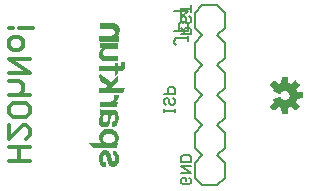
<source format=gbr>
G04 EAGLE Gerber RS-274X export*
G75*
%MOMM*%
%FSLAX34Y34*%
%LPD*%
%INSilkscreen Bottom*%
%IPPOS*%
%AMOC8*
5,1,8,0,0,1.08239X$1,22.5*%
G01*
%ADD10C,0.304800*%
%ADD11C,0.152400*%
%ADD12C,0.025400*%
%ADD13C,0.203200*%
%ADD14C,0.127000*%

G36*
X243235Y98680D02*
X243235Y98680D01*
X243343Y98694D01*
X243355Y98700D01*
X243369Y98702D01*
X243465Y98754D01*
X243562Y98801D01*
X243572Y98811D01*
X243584Y98817D01*
X243658Y98897D01*
X243735Y98973D01*
X243741Y98985D01*
X243751Y98996D01*
X243796Y99094D01*
X243844Y99191D01*
X243848Y99209D01*
X243852Y99218D01*
X243854Y99239D01*
X243873Y99336D01*
X244316Y103687D01*
X245475Y104058D01*
X245493Y104068D01*
X245590Y104106D01*
X246672Y104663D01*
X250062Y101899D01*
X250156Y101845D01*
X250248Y101788D01*
X250261Y101785D01*
X250273Y101778D01*
X250380Y101757D01*
X250485Y101732D01*
X250499Y101734D01*
X250513Y101731D01*
X250620Y101746D01*
X250728Y101756D01*
X250741Y101762D01*
X250755Y101764D01*
X250852Y101812D01*
X250951Y101857D01*
X250964Y101868D01*
X250973Y101872D01*
X250988Y101888D01*
X251065Y101950D01*
X253650Y104535D01*
X253713Y104624D01*
X253779Y104709D01*
X253784Y104722D01*
X253792Y104734D01*
X253823Y104837D01*
X253859Y104940D01*
X253859Y104954D01*
X253863Y104967D01*
X253859Y105075D01*
X253860Y105184D01*
X253855Y105197D01*
X253855Y105211D01*
X253817Y105313D01*
X253782Y105415D01*
X253773Y105430D01*
X253769Y105439D01*
X253755Y105456D01*
X253701Y105538D01*
X250937Y108928D01*
X251494Y110010D01*
X251500Y110030D01*
X251542Y110125D01*
X251913Y111284D01*
X256264Y111727D01*
X256368Y111755D01*
X256474Y111780D01*
X256486Y111787D01*
X256499Y111790D01*
X256589Y111851D01*
X256682Y111908D01*
X256690Y111919D01*
X256702Y111927D01*
X256768Y112013D01*
X256837Y112097D01*
X256841Y112110D01*
X256850Y112121D01*
X256884Y112224D01*
X256923Y112325D01*
X256924Y112343D01*
X256928Y112352D01*
X256928Y112374D01*
X256937Y112472D01*
X256937Y116128D01*
X256920Y116235D01*
X256906Y116343D01*
X256900Y116355D01*
X256898Y116369D01*
X256846Y116465D01*
X256799Y116562D01*
X256789Y116572D01*
X256783Y116584D01*
X256703Y116658D01*
X256627Y116735D01*
X256615Y116741D01*
X256605Y116751D01*
X256506Y116796D01*
X256409Y116844D01*
X256391Y116848D01*
X256382Y116852D01*
X256361Y116854D01*
X256264Y116873D01*
X251913Y117316D01*
X251542Y118475D01*
X251532Y118493D01*
X251494Y118590D01*
X250937Y119672D01*
X253701Y123062D01*
X253755Y123156D01*
X253812Y123248D01*
X253815Y123261D01*
X253822Y123273D01*
X253843Y123380D01*
X253868Y123485D01*
X253866Y123499D01*
X253869Y123513D01*
X253854Y123620D01*
X253844Y123728D01*
X253838Y123741D01*
X253836Y123755D01*
X253788Y123852D01*
X253743Y123951D01*
X253732Y123964D01*
X253728Y123973D01*
X253712Y123988D01*
X253650Y124065D01*
X251065Y126650D01*
X250976Y126713D01*
X250891Y126779D01*
X250878Y126784D01*
X250866Y126792D01*
X250763Y126823D01*
X250660Y126859D01*
X250646Y126859D01*
X250633Y126863D01*
X250525Y126859D01*
X250416Y126860D01*
X250403Y126855D01*
X250389Y126855D01*
X250287Y126817D01*
X250185Y126782D01*
X250170Y126773D01*
X250161Y126769D01*
X250144Y126755D01*
X250062Y126701D01*
X246672Y123937D01*
X245590Y124494D01*
X245570Y124500D01*
X245475Y124542D01*
X244316Y124913D01*
X243873Y129264D01*
X243845Y129368D01*
X243820Y129474D01*
X243813Y129486D01*
X243810Y129499D01*
X243749Y129589D01*
X243692Y129682D01*
X243681Y129690D01*
X243673Y129702D01*
X243587Y129768D01*
X243503Y129837D01*
X243490Y129841D01*
X243479Y129850D01*
X243376Y129884D01*
X243275Y129923D01*
X243257Y129924D01*
X243248Y129928D01*
X243226Y129928D01*
X243128Y129937D01*
X239472Y129937D01*
X239365Y129920D01*
X239257Y129906D01*
X239245Y129900D01*
X239231Y129898D01*
X239135Y129846D01*
X239038Y129799D01*
X239028Y129789D01*
X239016Y129783D01*
X238942Y129703D01*
X238865Y129627D01*
X238859Y129615D01*
X238849Y129605D01*
X238804Y129506D01*
X238756Y129409D01*
X238752Y129391D01*
X238748Y129382D01*
X238746Y129361D01*
X238727Y129264D01*
X238284Y124913D01*
X237125Y124542D01*
X237107Y124532D01*
X237010Y124494D01*
X235928Y123937D01*
X232538Y126701D01*
X232444Y126755D01*
X232352Y126812D01*
X232339Y126815D01*
X232327Y126822D01*
X232220Y126843D01*
X232115Y126868D01*
X232101Y126866D01*
X232087Y126869D01*
X231980Y126854D01*
X231872Y126844D01*
X231859Y126838D01*
X231846Y126836D01*
X231748Y126788D01*
X231649Y126743D01*
X231636Y126732D01*
X231627Y126728D01*
X231612Y126712D01*
X231535Y126650D01*
X228950Y124065D01*
X228887Y123976D01*
X228821Y123891D01*
X228816Y123878D01*
X228808Y123866D01*
X228777Y123763D01*
X228741Y123660D01*
X228741Y123646D01*
X228737Y123633D01*
X228741Y123525D01*
X228740Y123416D01*
X228745Y123403D01*
X228745Y123389D01*
X228783Y123287D01*
X228818Y123185D01*
X228827Y123170D01*
X228831Y123161D01*
X228845Y123144D01*
X228899Y123062D01*
X231663Y119672D01*
X231106Y118590D01*
X231089Y118537D01*
X231063Y118488D01*
X231052Y118422D01*
X231031Y118358D01*
X231032Y118302D01*
X231023Y118248D01*
X231034Y118181D01*
X231035Y118114D01*
X231053Y118062D01*
X231062Y118007D01*
X231094Y117947D01*
X231117Y117884D01*
X231151Y117841D01*
X231177Y117792D01*
X231226Y117745D01*
X231268Y117693D01*
X231315Y117663D01*
X231355Y117625D01*
X231460Y117568D01*
X231473Y117560D01*
X231478Y117559D01*
X231485Y117555D01*
X236682Y115402D01*
X236781Y115379D01*
X236879Y115350D01*
X236900Y115351D01*
X236920Y115346D01*
X237021Y115356D01*
X237122Y115361D01*
X237142Y115368D01*
X237163Y115370D01*
X237255Y115412D01*
X237350Y115449D01*
X237366Y115462D01*
X237385Y115471D01*
X237459Y115540D01*
X237537Y115605D01*
X237553Y115628D01*
X237563Y115638D01*
X237575Y115659D01*
X237622Y115726D01*
X238128Y116625D01*
X238772Y117312D01*
X239560Y117827D01*
X240448Y118139D01*
X241385Y118231D01*
X242317Y118098D01*
X243191Y117747D01*
X243956Y117198D01*
X244569Y116484D01*
X244994Y115644D01*
X245208Y114728D01*
X245198Y113786D01*
X244964Y112874D01*
X244521Y112044D01*
X243892Y111343D01*
X243115Y110811D01*
X242234Y110480D01*
X241299Y110367D01*
X240382Y110475D01*
X239514Y110795D01*
X238745Y111309D01*
X238118Y111988D01*
X237623Y112872D01*
X237559Y112952D01*
X237499Y113035D01*
X237483Y113047D01*
X237470Y113063D01*
X237384Y113118D01*
X237301Y113178D01*
X237282Y113184D01*
X237265Y113194D01*
X237166Y113219D01*
X237068Y113249D01*
X237048Y113248D01*
X237028Y113253D01*
X236926Y113244D01*
X236824Y113241D01*
X236799Y113233D01*
X236785Y113232D01*
X236763Y113223D01*
X236682Y113198D01*
X231485Y111045D01*
X231438Y111016D01*
X231386Y110995D01*
X231335Y110952D01*
X231278Y110916D01*
X231243Y110873D01*
X231200Y110837D01*
X231166Y110780D01*
X231123Y110728D01*
X231104Y110676D01*
X231075Y110628D01*
X231061Y110562D01*
X231037Y110499D01*
X231035Y110444D01*
X231024Y110390D01*
X231031Y110323D01*
X231029Y110256D01*
X231045Y110202D01*
X231052Y110147D01*
X231096Y110036D01*
X231100Y110022D01*
X231103Y110018D01*
X231106Y110010D01*
X231663Y108928D01*
X228899Y105538D01*
X228845Y105444D01*
X228788Y105352D01*
X228785Y105339D01*
X228778Y105327D01*
X228757Y105220D01*
X228732Y105115D01*
X228734Y105101D01*
X228731Y105087D01*
X228746Y104980D01*
X228756Y104872D01*
X228762Y104859D01*
X228764Y104846D01*
X228812Y104748D01*
X228857Y104649D01*
X228868Y104636D01*
X228872Y104627D01*
X228888Y104612D01*
X228950Y104535D01*
X231535Y101950D01*
X231624Y101887D01*
X231709Y101821D01*
X231722Y101816D01*
X231734Y101808D01*
X231837Y101777D01*
X231940Y101741D01*
X231954Y101741D01*
X231967Y101737D01*
X232075Y101741D01*
X232184Y101740D01*
X232197Y101745D01*
X232211Y101745D01*
X232313Y101783D01*
X232415Y101818D01*
X232430Y101827D01*
X232439Y101831D01*
X232456Y101845D01*
X232538Y101899D01*
X235928Y104663D01*
X237010Y104106D01*
X237030Y104100D01*
X237125Y104058D01*
X238284Y103687D01*
X238727Y99336D01*
X238755Y99232D01*
X238780Y99126D01*
X238787Y99114D01*
X238790Y99101D01*
X238851Y99011D01*
X238908Y98918D01*
X238919Y98910D01*
X238927Y98898D01*
X239013Y98832D01*
X239097Y98764D01*
X239110Y98759D01*
X239121Y98750D01*
X239224Y98716D01*
X239325Y98677D01*
X239343Y98676D01*
X239352Y98672D01*
X239374Y98673D01*
X239472Y98663D01*
X243128Y98663D01*
X243235Y98680D01*
G37*
G36*
X99453Y69790D02*
X99453Y69790D01*
X99492Y69800D01*
X99498Y69809D01*
X99507Y69813D01*
X99518Y69841D01*
X99540Y69878D01*
X100276Y73764D01*
X100273Y73778D01*
X100278Y73793D01*
X100263Y73825D01*
X100255Y73860D01*
X100242Y73868D01*
X100236Y73882D01*
X100197Y73896D01*
X100172Y73912D01*
X100161Y73909D01*
X100150Y73913D01*
X98233Y73889D01*
X98382Y74023D01*
X98383Y74024D01*
X98384Y74024D01*
X99349Y74913D01*
X99351Y74919D01*
X99358Y74923D01*
X99659Y75266D01*
X99663Y75277D01*
X99673Y75285D01*
X99906Y75679D01*
X99907Y75688D01*
X99914Y75696D01*
X100447Y77017D01*
X100447Y77028D01*
X100454Y77038D01*
X100556Y77520D01*
X100553Y77532D01*
X100558Y77544D01*
X100583Y79525D01*
X100579Y79536D01*
X100581Y79548D01*
X100398Y80633D01*
X100391Y80643D01*
X100391Y80658D01*
X99991Y81682D01*
X99983Y81689D01*
X99981Y81701D01*
X99440Y82603D01*
X99434Y82608D01*
X99431Y82617D01*
X98778Y83441D01*
X98768Y83447D01*
X98763Y83457D01*
X97873Y84249D01*
X97860Y84253D01*
X97851Y84265D01*
X96810Y84844D01*
X96798Y84846D01*
X96787Y84854D01*
X94674Y85528D01*
X94663Y85527D01*
X94652Y85533D01*
X92452Y85816D01*
X92441Y85813D01*
X92429Y85817D01*
X90214Y85699D01*
X90204Y85694D01*
X90192Y85696D01*
X88816Y85373D01*
X88807Y85367D01*
X88795Y85366D01*
X87495Y84810D01*
X87487Y84802D01*
X87476Y84800D01*
X86291Y84028D01*
X86285Y84019D01*
X86274Y84014D01*
X85567Y83357D01*
X85563Y83347D01*
X85553Y83341D01*
X84968Y82573D01*
X84966Y82562D01*
X84957Y82555D01*
X84511Y81699D01*
X84510Y81688D01*
X84502Y81679D01*
X84208Y80760D01*
X84209Y80750D01*
X84203Y80740D01*
X84014Y79528D01*
X84016Y79519D01*
X84013Y79510D01*
X83996Y78283D01*
X83999Y78275D01*
X83997Y78265D01*
X84152Y77048D01*
X84157Y77038D01*
X84157Y77026D01*
X84421Y76182D01*
X84429Y76172D01*
X84432Y76157D01*
X84869Y75388D01*
X84879Y75380D01*
X84884Y75366D01*
X85474Y74706D01*
X85486Y74700D01*
X85494Y74688D01*
X86210Y74168D01*
X86212Y74167D01*
X75108Y74167D01*
X75064Y74149D01*
X75021Y74132D01*
X75020Y74130D01*
X75017Y74129D01*
X75000Y74085D01*
X74982Y74041D01*
X74983Y74039D01*
X74982Y74037D01*
X74991Y74016D01*
X75014Y73956D01*
X78748Y69816D01*
X78754Y69814D01*
X78757Y69808D01*
X78817Y69784D01*
X78838Y69775D01*
X78840Y69776D01*
X78842Y69775D01*
X99416Y69775D01*
X99453Y69790D01*
G37*
G36*
X89383Y87148D02*
X89383Y87148D01*
X89395Y87153D01*
X89410Y87151D01*
X90351Y87357D01*
X90363Y87366D01*
X90380Y87367D01*
X91242Y87796D01*
X91251Y87806D01*
X91266Y87811D01*
X91875Y88309D01*
X91879Y88317D01*
X91887Y88320D01*
X91888Y88324D01*
X91893Y88327D01*
X92391Y88937D01*
X92394Y88949D01*
X92405Y88958D01*
X92771Y89654D01*
X92772Y89665D01*
X92779Y89674D01*
X93263Y91159D01*
X93262Y91167D01*
X93267Y91176D01*
X93545Y92713D01*
X93544Y92717D01*
X93547Y92722D01*
X93775Y94928D01*
X94001Y96234D01*
X94166Y96703D01*
X94412Y97131D01*
X94673Y97415D01*
X94760Y97475D01*
X94857Y97517D01*
X95378Y97628D01*
X95909Y97628D01*
X96430Y97517D01*
X96744Y97378D01*
X97023Y97179D01*
X97257Y96926D01*
X97450Y96612D01*
X97578Y96266D01*
X97639Y95897D01*
X97689Y94542D01*
X97635Y93955D01*
X97470Y93394D01*
X97215Y92930D01*
X96859Y92540D01*
X96421Y92245D01*
X95926Y92061D01*
X95395Y91998D01*
X95352Y91998D01*
X95350Y91997D01*
X95348Y91998D01*
X95305Y91978D01*
X95261Y91960D01*
X95261Y91958D01*
X95259Y91957D01*
X95226Y91872D01*
X95226Y87731D01*
X95224Y87730D01*
X95214Y87688D01*
X95200Y87646D01*
X95203Y87640D01*
X95202Y87634D01*
X95218Y87609D01*
X95239Y87564D01*
X95264Y87539D01*
X95265Y87539D01*
X95307Y87523D01*
X95356Y87504D01*
X95357Y87504D01*
X95399Y87524D01*
X95442Y87543D01*
X96333Y87665D01*
X96344Y87671D01*
X96359Y87671D01*
X97300Y88005D01*
X97310Y88014D01*
X97324Y88017D01*
X98177Y88536D01*
X98185Y88547D01*
X98198Y88552D01*
X98928Y89235D01*
X98933Y89247D01*
X98945Y89255D01*
X99519Y90072D01*
X99522Y90084D01*
X99531Y90093D01*
X100060Y91251D01*
X100060Y91261D01*
X100067Y91270D01*
X100401Y92499D01*
X100400Y92508D01*
X100404Y92517D01*
X100618Y94257D01*
X100615Y94265D01*
X100618Y94273D01*
X100610Y96027D01*
X100607Y96034D01*
X100609Y96043D01*
X100379Y97782D01*
X100374Y97790D01*
X100375Y97801D01*
X99950Y99215D01*
X99942Y99224D01*
X99941Y99238D01*
X99247Y100541D01*
X99237Y100550D01*
X99232Y100564D01*
X98749Y101126D01*
X98735Y101133D01*
X98726Y101147D01*
X98121Y101574D01*
X98106Y101577D01*
X98094Y101589D01*
X97403Y101856D01*
X97388Y101855D01*
X97373Y101863D01*
X96638Y101954D01*
X96630Y101952D01*
X96622Y101955D01*
X91796Y101955D01*
X91794Y101954D01*
X91792Y101955D01*
X91777Y101948D01*
X91693Y101980D01*
X87355Y101955D01*
X86018Y102057D01*
X84723Y102406D01*
X84524Y102480D01*
X84499Y102479D01*
X84476Y102488D01*
X84452Y102477D01*
X84426Y102476D01*
X84409Y102457D01*
X84387Y102447D01*
X84376Y102420D01*
X84360Y102402D01*
X84362Y102383D01*
X84354Y102362D01*
X84354Y98328D01*
X84351Y98292D01*
X84360Y98264D01*
X84364Y98224D01*
X84383Y98187D01*
X84400Y98173D01*
X84405Y98162D01*
X84412Y98159D01*
X84429Y98136D01*
X84465Y98115D01*
X84482Y98112D01*
X84498Y98100D01*
X84778Y98024D01*
X84781Y98025D01*
X84784Y98023D01*
X85813Y97796D01*
X85836Y97787D01*
X85842Y97780D01*
X85844Y97772D01*
X85843Y97763D01*
X85827Y97739D01*
X85124Y96912D01*
X85120Y96901D01*
X85110Y96892D01*
X84570Y95941D01*
X84569Y95930D01*
X84561Y95920D01*
X84208Y94885D01*
X84209Y94873D01*
X84203Y94863D01*
X83962Y93245D01*
X83965Y93235D01*
X83961Y93224D01*
X83999Y91589D01*
X84004Y91578D01*
X84002Y91564D01*
X84310Y90192D01*
X84318Y90181D01*
X84319Y90166D01*
X84925Y88897D01*
X84935Y88888D01*
X84939Y88874D01*
X85281Y88426D01*
X85291Y88420D01*
X85297Y88408D01*
X85717Y88031D01*
X85728Y88027D01*
X85736Y88017D01*
X86219Y87725D01*
X86230Y87723D01*
X86240Y87715D01*
X87233Y87342D01*
X87244Y87342D01*
X87255Y87336D01*
X88299Y87147D01*
X88310Y87150D01*
X88322Y87145D01*
X89383Y87148D01*
G37*
G36*
X103753Y116290D02*
X103753Y116290D01*
X103773Y116288D01*
X103800Y116310D01*
X103825Y116320D01*
X103830Y116335D01*
X103844Y116345D01*
X106206Y120485D01*
X106210Y120520D01*
X106222Y120552D01*
X106215Y120567D01*
X106217Y120583D01*
X106195Y120610D01*
X106181Y120641D01*
X106165Y120648D01*
X106155Y120660D01*
X106128Y120662D01*
X106096Y120674D01*
X94666Y120674D01*
X100140Y126149D01*
X100142Y126152D01*
X100144Y126153D01*
X100177Y126238D01*
X100177Y130912D01*
X100177Y130914D01*
X100177Y130915D01*
X100157Y130959D01*
X100139Y131003D01*
X100137Y131003D01*
X100136Y131005D01*
X100092Y131021D01*
X100047Y131038D01*
X100045Y131037D01*
X100044Y131038D01*
X99961Y131000D01*
X94395Y125309D01*
X84500Y131906D01*
X84462Y131913D01*
X84425Y131927D01*
X84415Y131922D01*
X84403Y131924D01*
X84372Y131902D01*
X84336Y131885D01*
X84332Y131874D01*
X84323Y131868D01*
X84318Y131838D01*
X84304Y131800D01*
X84329Y126720D01*
X84336Y126703D01*
X84334Y126685D01*
X84356Y126656D01*
X84368Y126630D01*
X84380Y126625D01*
X84390Y126613D01*
X91368Y122380D01*
X91294Y122303D01*
X91172Y122177D01*
X91171Y122177D01*
X90803Y121798D01*
X90681Y121672D01*
X90558Y121546D01*
X90190Y121167D01*
X90067Y121041D01*
X89945Y120915D01*
X89761Y120725D01*
X84353Y120725D01*
X84351Y120724D01*
X84349Y120725D01*
X84306Y120705D01*
X84262Y120687D01*
X84262Y120685D01*
X84260Y120684D01*
X84227Y120599D01*
X84227Y116459D01*
X84228Y116456D01*
X84227Y116453D01*
X84264Y116370D01*
X84315Y116319D01*
X84318Y116318D01*
X84319Y116315D01*
X84404Y116282D01*
X103734Y116282D01*
X103753Y116290D01*
G37*
G36*
X100129Y143182D02*
X100129Y143182D01*
X100131Y143181D01*
X100174Y143201D01*
X100218Y143219D01*
X100218Y143221D01*
X100220Y143222D01*
X100253Y143307D01*
X100253Y147447D01*
X100252Y147449D01*
X100253Y147451D01*
X100233Y147494D01*
X100215Y147538D01*
X100213Y147538D01*
X100212Y147540D01*
X100127Y147573D01*
X90130Y147573D01*
X89300Y147722D01*
X88532Y148065D01*
X88170Y148337D01*
X87869Y148678D01*
X87644Y149073D01*
X87421Y149762D01*
X87341Y150481D01*
X87408Y151202D01*
X87620Y151893D01*
X87908Y152403D01*
X88305Y152834D01*
X88790Y153161D01*
X89340Y153370D01*
X90544Y153595D01*
X91774Y153671D01*
X100076Y153671D01*
X100078Y153672D01*
X100080Y153671D01*
X100123Y153691D01*
X100167Y153709D01*
X100167Y153711D01*
X100169Y153712D01*
X100202Y153797D01*
X100202Y158013D01*
X100201Y158015D01*
X100202Y158017D01*
X100182Y158060D01*
X100164Y158104D01*
X100162Y158104D01*
X100161Y158106D01*
X100076Y158139D01*
X84455Y158139D01*
X84453Y158138D01*
X84451Y158139D01*
X84408Y158119D01*
X84364Y158101D01*
X84364Y158099D01*
X84362Y158098D01*
X84329Y158013D01*
X84329Y154000D01*
X84330Y153998D01*
X84329Y153996D01*
X84349Y153953D01*
X84367Y153909D01*
X84369Y153909D01*
X84370Y153907D01*
X84455Y153874D01*
X86512Y153874D01*
X85871Y153367D01*
X85867Y153359D01*
X85858Y153355D01*
X85751Y153242D01*
X85631Y153116D01*
X85392Y152864D01*
X85272Y152737D01*
X85152Y152611D01*
X85073Y152528D01*
X85070Y152519D01*
X85062Y152514D01*
X84403Y151584D01*
X84401Y151575D01*
X84393Y151567D01*
X84271Y151322D01*
X84270Y151311D01*
X84263Y151302D01*
X84182Y151040D01*
X84183Y151031D01*
X84178Y151022D01*
X83955Y149544D01*
X83957Y149536D01*
X83953Y149528D01*
X83923Y148034D01*
X83927Y148024D01*
X83924Y148013D01*
X84071Y146980D01*
X84077Y146970D01*
X84077Y146956D01*
X84420Y145970D01*
X84428Y145961D01*
X84430Y145948D01*
X84956Y145046D01*
X84966Y145039D01*
X84971Y145026D01*
X85199Y144772D01*
X85210Y144766D01*
X85218Y144755D01*
X86103Y144095D01*
X86114Y144092D01*
X86123Y144082D01*
X87113Y143594D01*
X87125Y143594D01*
X87135Y143586D01*
X88198Y143286D01*
X88209Y143288D01*
X88221Y143282D01*
X89320Y143181D01*
X89326Y143183D01*
X89332Y143181D01*
X100127Y143181D01*
X100129Y143182D01*
G37*
G36*
X100103Y160378D02*
X100103Y160378D01*
X100105Y160377D01*
X100148Y160397D01*
X100192Y160415D01*
X100192Y160417D01*
X100194Y160418D01*
X100227Y160503D01*
X100227Y164541D01*
X100226Y164543D01*
X100227Y164545D01*
X100207Y164588D01*
X100189Y164632D01*
X100187Y164632D01*
X100186Y164634D01*
X100101Y164667D01*
X98033Y164667D01*
X98062Y164709D01*
X98198Y164823D01*
X98576Y165100D01*
X98578Y165104D01*
X98583Y165106D01*
X99056Y165508D01*
X99060Y165515D01*
X99068Y165519D01*
X99484Y165980D01*
X99487Y165991D01*
X99497Y165998D01*
X100064Y166896D01*
X100067Y166909D01*
X100076Y166920D01*
X100445Y167917D01*
X100445Y167929D01*
X100452Y167942D01*
X100607Y168994D01*
X100604Y169004D01*
X100608Y169015D01*
X100587Y169850D01*
X100578Y170228D01*
X100569Y170607D01*
X100558Y171021D01*
X100554Y171032D01*
X100556Y171044D01*
X100350Y172021D01*
X100342Y172033D01*
X100341Y172049D01*
X99919Y172954D01*
X99908Y172963D01*
X99904Y172978D01*
X99286Y173763D01*
X99275Y173769D01*
X99269Y173781D01*
X98694Y174270D01*
X98683Y174273D01*
X98676Y174283D01*
X98027Y174667D01*
X98016Y174669D01*
X98007Y174677D01*
X97302Y174946D01*
X97293Y174946D01*
X97284Y174951D01*
X96177Y175191D01*
X96168Y175189D01*
X96160Y175194D01*
X95031Y175284D01*
X95026Y175282D01*
X95021Y175284D01*
X84480Y175284D01*
X84478Y175283D01*
X84476Y175284D01*
X84433Y175264D01*
X84389Y175246D01*
X84389Y175244D01*
X84387Y175243D01*
X84354Y175158D01*
X84354Y171069D01*
X84355Y171067D01*
X84354Y171065D01*
X84374Y171022D01*
X84392Y170978D01*
X84394Y170978D01*
X84395Y170976D01*
X84480Y170943D01*
X94126Y170943D01*
X94844Y170878D01*
X95532Y170687D01*
X96174Y170377D01*
X96561Y170081D01*
X96870Y169707D01*
X97087Y169272D01*
X97164Y168972D01*
X97181Y168656D01*
X97131Y167551D01*
X97044Y166995D01*
X96840Y166479D01*
X96526Y166022D01*
X95957Y165505D01*
X95278Y165142D01*
X94528Y164926D01*
X93745Y164845D01*
X84379Y164845D01*
X84377Y164844D01*
X84375Y164845D01*
X84332Y164825D01*
X84288Y164807D01*
X84288Y164805D01*
X84286Y164804D01*
X84253Y164719D01*
X84253Y160503D01*
X84254Y160501D01*
X84253Y160499D01*
X84273Y160456D01*
X84291Y160412D01*
X84293Y160412D01*
X84294Y160410D01*
X84379Y160377D01*
X100101Y160377D01*
X100103Y160378D01*
G37*
G36*
X89438Y53353D02*
X89438Y53353D01*
X89468Y53356D01*
X89469Y53357D01*
X89470Y53357D01*
X89479Y53368D01*
X89492Y53373D01*
X89495Y53379D01*
X89501Y53382D01*
X89513Y53412D01*
X89529Y53432D01*
X89529Y53434D01*
X89530Y53435D01*
X89529Y53450D01*
X89534Y53462D01*
X89533Y53465D01*
X89534Y53467D01*
X89534Y57328D01*
X89533Y57330D01*
X89534Y57332D01*
X89514Y57375D01*
X89496Y57419D01*
X89494Y57419D01*
X89493Y57421D01*
X89408Y57454D01*
X89361Y57454D01*
X88864Y57483D01*
X88402Y57630D01*
X87988Y57885D01*
X87545Y58327D01*
X87208Y58854D01*
X86991Y59441D01*
X86918Y60003D01*
X86918Y61333D01*
X86992Y61936D01*
X87189Y62503D01*
X87501Y63016D01*
X87585Y63100D01*
X87709Y63227D01*
X87785Y63304D01*
X88130Y63512D01*
X88515Y63629D01*
X88919Y63646D01*
X89314Y63561D01*
X89676Y63381D01*
X89980Y63115D01*
X90211Y62779D01*
X90681Y61672D01*
X90987Y60498D01*
X91850Y56867D01*
X91855Y56860D01*
X91855Y56851D01*
X92161Y56043D01*
X92167Y56036D01*
X92169Y56026D01*
X92596Y55275D01*
X92603Y55269D01*
X92607Y55259D01*
X93144Y54582D01*
X93154Y54577D01*
X93160Y54566D01*
X93545Y54229D01*
X93558Y54225D01*
X93567Y54214D01*
X94014Y53965D01*
X94027Y53964D01*
X94038Y53955D01*
X94527Y53803D01*
X94539Y53805D01*
X94552Y53798D01*
X95688Y53693D01*
X95701Y53696D01*
X95714Y53693D01*
X96848Y53822D01*
X96859Y53828D01*
X96873Y53827D01*
X97957Y54185D01*
X97966Y54193D01*
X97980Y54195D01*
X98502Y54494D01*
X98509Y54504D01*
X98522Y54509D01*
X98977Y54903D01*
X98982Y54914D01*
X98994Y54921D01*
X99363Y55397D01*
X99366Y55408D01*
X99375Y55417D01*
X100029Y56698D01*
X100030Y56709D01*
X100037Y56719D01*
X100448Y58097D01*
X100447Y58108D01*
X100453Y58120D01*
X100608Y59549D01*
X100606Y59556D01*
X100608Y59563D01*
X100608Y61366D01*
X100606Y61372D01*
X100608Y61379D01*
X100468Y62772D01*
X100463Y62781D01*
X100464Y62792D01*
X100096Y64143D01*
X100089Y64153D01*
X100087Y64166D01*
X99549Y65263D01*
X99539Y65272D01*
X99535Y65286D01*
X98778Y66245D01*
X98768Y66251D01*
X98763Y66262D01*
X98367Y66610D01*
X98358Y66613D01*
X98352Y66622D01*
X97910Y66908D01*
X97900Y66910D01*
X97893Y66917D01*
X97105Y67273D01*
X97100Y67273D01*
X97096Y67277D01*
X96538Y67480D01*
X96518Y67479D01*
X96513Y67481D01*
X96490Y67481D01*
X96470Y67485D01*
X96456Y67476D01*
X96444Y67485D01*
X96438Y67483D01*
X96431Y67487D01*
X95720Y67563D01*
X95712Y67560D01*
X95703Y67563D01*
X95666Y67546D01*
X95626Y67534D01*
X95622Y67526D01*
X95614Y67522D01*
X95594Y67472D01*
X95581Y67446D01*
X95583Y67442D01*
X95581Y67437D01*
X95581Y63551D01*
X95599Y63507D01*
X95617Y63463D01*
X95618Y63462D01*
X95619Y63460D01*
X95638Y63453D01*
X95699Y63425D01*
X95959Y63409D01*
X96202Y63354D01*
X96554Y63204D01*
X96867Y62986D01*
X97131Y62711D01*
X97402Y62288D01*
X97591Y61821D01*
X97689Y61325D01*
X97733Y60478D01*
X97689Y59629D01*
X97604Y59180D01*
X97447Y58756D01*
X97252Y58455D01*
X96984Y58222D01*
X96642Y58067D01*
X96270Y58019D01*
X95901Y58084D01*
X95540Y58268D01*
X95247Y58551D01*
X94831Y59226D01*
X94559Y59978D01*
X94155Y62001D01*
X94154Y62002D01*
X94154Y62003D01*
X93773Y63726D01*
X93768Y63733D01*
X93768Y63742D01*
X93158Y65398D01*
X93152Y65404D01*
X93151Y65414D01*
X92746Y66170D01*
X92739Y66176D01*
X92736Y66185D01*
X92228Y66877D01*
X92218Y66882D01*
X92213Y66894D01*
X91863Y67226D01*
X91851Y67231D01*
X91842Y67242D01*
X91430Y67494D01*
X91416Y67496D01*
X91404Y67506D01*
X90401Y67843D01*
X90386Y67842D01*
X90372Y67850D01*
X89317Y67944D01*
X89308Y67941D01*
X89297Y67944D01*
X88256Y67868D01*
X88248Y67864D01*
X88238Y67865D01*
X87574Y67723D01*
X87564Y67716D01*
X87551Y67715D01*
X86926Y67449D01*
X86917Y67441D01*
X86905Y67438D01*
X86341Y67059D01*
X86334Y67049D01*
X86323Y67044D01*
X85580Y66318D01*
X85576Y66308D01*
X85570Y66306D01*
X85570Y66304D01*
X85565Y66302D01*
X84959Y65458D01*
X84957Y65448D01*
X84948Y65439D01*
X84497Y64504D01*
X84496Y64493D01*
X84489Y64483D01*
X84207Y63483D01*
X84208Y63475D01*
X84203Y63466D01*
X84021Y62152D01*
X84023Y62145D01*
X84020Y62139D01*
X83973Y60812D01*
X83975Y60806D01*
X83973Y60799D01*
X84151Y58233D01*
X84156Y58224D01*
X84154Y58214D01*
X84366Y57293D01*
X84374Y57282D01*
X84375Y57268D01*
X84772Y56411D01*
X84779Y56405D01*
X84781Y56396D01*
X85543Y55202D01*
X85549Y55198D01*
X85552Y55189D01*
X85983Y54674D01*
X85994Y54669D01*
X86000Y54657D01*
X86524Y54237D01*
X86535Y54233D01*
X86544Y54223D01*
X87140Y53914D01*
X87149Y53913D01*
X87157Y53906D01*
X88427Y53474D01*
X88437Y53475D01*
X88446Y53470D01*
X89030Y53368D01*
X89037Y53369D01*
X89043Y53366D01*
X89399Y53341D01*
X89406Y53343D01*
X89412Y53341D01*
X89438Y53353D01*
G37*
G36*
X97414Y130557D02*
X97414Y130557D01*
X97415Y130557D01*
X97498Y130594D01*
X100165Y133261D01*
X100167Y133264D01*
X100169Y133265D01*
X100202Y133350D01*
X100202Y134596D01*
X100533Y134596D01*
X100535Y134597D01*
X100542Y134597D01*
X100543Y134596D01*
X102677Y134773D01*
X102687Y134778D01*
X102699Y134777D01*
X103266Y134925D01*
X103275Y134932D01*
X103287Y134933D01*
X103818Y135182D01*
X103826Y135190D01*
X103838Y135193D01*
X104315Y135533D01*
X104321Y135543D01*
X104333Y135549D01*
X105043Y136292D01*
X105047Y136303D01*
X105058Y136311D01*
X105608Y137179D01*
X105610Y137191D01*
X105619Y137201D01*
X105988Y138159D01*
X105988Y138172D01*
X105995Y138183D01*
X106169Y139196D01*
X106167Y139206D01*
X106171Y139217D01*
X106171Y140767D01*
X106170Y140770D01*
X106171Y140774D01*
X106095Y142091D01*
X106095Y142113D01*
X106094Y142115D01*
X106095Y142117D01*
X106075Y142160D01*
X106057Y142204D01*
X106055Y142204D01*
X106054Y142206D01*
X105969Y142239D01*
X102946Y142239D01*
X102944Y142238D01*
X102942Y142239D01*
X102899Y142219D01*
X102855Y142201D01*
X102855Y142199D01*
X102853Y142198D01*
X102820Y142113D01*
X102820Y142037D01*
X102822Y142032D01*
X102820Y142025D01*
X102846Y141745D01*
X102931Y140830D01*
X102848Y139930D01*
X102751Y139648D01*
X102581Y139408D01*
X102349Y139226D01*
X101926Y139051D01*
X101464Y138988D01*
X100202Y138988D01*
X100202Y141834D01*
X100201Y141836D01*
X100202Y141838D01*
X100182Y141881D01*
X100164Y141925D01*
X100162Y141925D01*
X100161Y141927D01*
X100076Y141960D01*
X97409Y141960D01*
X97407Y141959D01*
X97405Y141960D01*
X97362Y141940D01*
X97318Y141922D01*
X97318Y141920D01*
X97316Y141919D01*
X97283Y141834D01*
X97283Y138962D01*
X84379Y138962D01*
X84377Y138961D01*
X84375Y138962D01*
X84332Y138942D01*
X84288Y138924D01*
X84288Y138922D01*
X84286Y138921D01*
X84253Y138836D01*
X84253Y134671D01*
X84254Y134669D01*
X84253Y134667D01*
X84273Y134624D01*
X84291Y134580D01*
X84293Y134580D01*
X84294Y134578D01*
X84379Y134545D01*
X97259Y134545D01*
X97283Y130682D01*
X97283Y130681D01*
X97303Y130636D01*
X97322Y130592D01*
X97323Y130591D01*
X97368Y130574D01*
X97414Y130557D01*
X97414Y130557D01*
G37*
G36*
X99365Y104446D02*
X99365Y104446D01*
X99403Y104462D01*
X99442Y104472D01*
X99447Y104481D01*
X99456Y104484D01*
X99467Y104513D01*
X99489Y104550D01*
X100175Y108411D01*
X100172Y108424D01*
X100177Y108437D01*
X100162Y108471D01*
X100153Y108507D01*
X100142Y108514D01*
X100136Y108526D01*
X100095Y108542D01*
X100069Y108558D01*
X100060Y108556D01*
X100051Y108559D01*
X97271Y108559D01*
X97286Y108606D01*
X97554Y108785D01*
X98596Y109471D01*
X98600Y109476D01*
X98607Y109479D01*
X98990Y109795D01*
X98997Y109808D01*
X99010Y109816D01*
X99312Y110210D01*
X99313Y110215D01*
X99317Y110218D01*
X99902Y111107D01*
X99903Y111110D01*
X99906Y111113D01*
X100259Y111724D01*
X100261Y111736D01*
X100270Y111747D01*
X100493Y112417D01*
X100492Y112429D01*
X100498Y112441D01*
X100582Y113142D01*
X100579Y113152D01*
X100583Y113164D01*
X100507Y114536D01*
X100486Y114579D01*
X100466Y114622D01*
X100464Y114623D01*
X100464Y114624D01*
X100446Y114630D01*
X100381Y114655D01*
X96520Y114655D01*
X96518Y114654D01*
X96516Y114655D01*
X96473Y114635D01*
X96429Y114617D01*
X96429Y114615D01*
X96427Y114614D01*
X96394Y114529D01*
X96394Y114503D01*
X96398Y114494D01*
X96395Y114483D01*
X96420Y114331D01*
X96422Y114328D01*
X96421Y114325D01*
X96546Y113728D01*
X96546Y112203D01*
X96454Y111661D01*
X96273Y111143D01*
X96009Y110664D01*
X95449Y109997D01*
X94757Y109472D01*
X93964Y109111D01*
X93145Y108911D01*
X92299Y108838D01*
X84480Y108838D01*
X84478Y108837D01*
X84476Y108838D01*
X84433Y108818D01*
X84389Y108800D01*
X84389Y108798D01*
X84387Y108797D01*
X84354Y108712D01*
X84354Y104546D01*
X84355Y104544D01*
X84354Y104542D01*
X84374Y104499D01*
X84392Y104455D01*
X84394Y104454D01*
X84395Y104452D01*
X84480Y104420D01*
X99365Y104446D01*
G37*
%LPC*%
G36*
X90994Y74015D02*
X90994Y74015D01*
X90225Y74139D01*
X89550Y74364D01*
X89538Y74363D01*
X89526Y74369D01*
X89489Y74374D01*
X89462Y74366D01*
X89451Y74366D01*
X89438Y74394D01*
X89418Y74438D01*
X89417Y74438D01*
X89417Y74439D01*
X89332Y74472D01*
X89294Y74472D01*
X89235Y74484D01*
X89175Y74526D01*
X89174Y74526D01*
X89173Y74527D01*
X89097Y74578D01*
X89091Y74579D01*
X89086Y74585D01*
X88522Y74884D01*
X88053Y75296D01*
X87690Y75805D01*
X87400Y76483D01*
X87248Y77205D01*
X87242Y78115D01*
X87421Y79006D01*
X87759Y79745D01*
X88275Y80371D01*
X88933Y80843D01*
X89694Y81132D01*
X91641Y81436D01*
X93612Y81433D01*
X94582Y81242D01*
X95481Y80839D01*
X96267Y80242D01*
X96897Y79483D01*
X97157Y78983D01*
X97313Y78441D01*
X97359Y77874D01*
X97308Y76799D01*
X97234Y76427D01*
X97072Y76089D01*
X96516Y75377D01*
X95836Y74779D01*
X95129Y74366D01*
X94355Y74099D01*
X93540Y73989D01*
X90994Y74015D01*
G37*
%LPD*%
%LPC*%
G36*
X88383Y91490D02*
X88383Y91490D01*
X88075Y91561D01*
X87790Y91696D01*
X87540Y91887D01*
X87243Y92249D01*
X87040Y92670D01*
X86943Y93131D01*
X86893Y94659D01*
X87042Y95701D01*
X87164Y96023D01*
X87349Y96314D01*
X87676Y96652D01*
X87920Y96905D01*
X88068Y97058D01*
X88287Y97208D01*
X88536Y97315D01*
X88701Y97362D01*
X89771Y97569D01*
X90860Y97639D01*
X91694Y97639D01*
X91696Y97640D01*
X91698Y97639D01*
X91741Y97659D01*
X91743Y97659D01*
X91796Y97639D01*
X92088Y97639D01*
X91961Y97497D01*
X91956Y97482D01*
X91943Y97471D01*
X91836Y97264D01*
X91835Y97252D01*
X91827Y97242D01*
X91539Y96278D01*
X91540Y96270D01*
X91536Y96263D01*
X91367Y95271D01*
X91368Y95267D01*
X91365Y95263D01*
X91213Y93820D01*
X91108Y93270D01*
X90911Y92752D01*
X90627Y92278D01*
X90383Y92010D01*
X90085Y91806D01*
X89543Y91586D01*
X88968Y91479D01*
X88383Y91490D01*
G37*
%LPD*%
D10*
X7874Y58674D02*
X25161Y58674D01*
X16517Y58674D02*
X16517Y70199D01*
X7874Y70199D02*
X25161Y70199D01*
X7874Y77384D02*
X7874Y88909D01*
X7874Y77384D02*
X19399Y88909D01*
X22280Y88909D01*
X25161Y86028D01*
X25161Y80266D01*
X22280Y77384D01*
X25161Y98976D02*
X25161Y104738D01*
X25161Y98976D02*
X22280Y96095D01*
X10755Y96095D01*
X7874Y98976D01*
X7874Y104738D01*
X10755Y107619D01*
X22280Y107619D01*
X25161Y104738D01*
X25161Y114805D02*
X7874Y114805D01*
X16517Y114805D02*
X19399Y117686D01*
X19399Y123449D01*
X16517Y126330D01*
X7874Y126330D01*
X7874Y133516D02*
X25161Y133516D01*
X7874Y145040D01*
X25161Y145040D01*
X7874Y155107D02*
X7874Y160869D01*
X10755Y163750D01*
X16517Y163750D01*
X19399Y160869D01*
X19399Y155107D01*
X16517Y152226D01*
X10755Y152226D01*
X7874Y155107D01*
X7874Y170936D02*
X10755Y170936D01*
X16517Y170936D02*
X28042Y170936D01*
D11*
X153162Y165862D02*
X161805Y165862D01*
X161805Y170184D01*
X160365Y171624D01*
X157484Y171624D01*
X156043Y170184D01*
X156043Y165862D01*
X156043Y168743D02*
X153162Y171624D01*
X161805Y179539D02*
X160365Y180979D01*
X161805Y179539D02*
X161805Y176658D01*
X160365Y175217D01*
X158924Y175217D01*
X157484Y176658D01*
X157484Y179539D01*
X156043Y180979D01*
X154603Y180979D01*
X153162Y179539D01*
X153162Y176658D01*
X154603Y175217D01*
X153162Y187454D02*
X161805Y187454D01*
X161805Y190335D02*
X161805Y184572D01*
X160365Y44624D02*
X161805Y43184D01*
X161805Y40303D01*
X160365Y38862D01*
X154603Y38862D01*
X153162Y40303D01*
X153162Y43184D01*
X154603Y44624D01*
X157484Y44624D01*
X157484Y41743D01*
X161805Y48217D02*
X153162Y48217D01*
X153162Y53979D02*
X161805Y48217D01*
X161805Y53979D02*
X153162Y53979D01*
X153162Y57572D02*
X161805Y57572D01*
X153162Y57572D02*
X153162Y61894D01*
X154603Y63335D01*
X160365Y63335D01*
X161805Y61894D01*
X161805Y57572D01*
X139192Y99822D02*
X139192Y102703D01*
X139192Y101263D02*
X147835Y101263D01*
X147835Y102703D02*
X147835Y99822D01*
X147835Y110380D02*
X146395Y111821D01*
X147835Y110380D02*
X147835Y107499D01*
X146395Y106059D01*
X144954Y106059D01*
X143514Y107499D01*
X143514Y110380D01*
X142073Y111821D01*
X140633Y111821D01*
X139192Y110380D01*
X139192Y107499D01*
X140633Y106059D01*
X139192Y115414D02*
X147835Y115414D01*
X147835Y119736D01*
X146395Y121176D01*
X143514Y121176D01*
X142073Y119736D01*
X142073Y115414D01*
D12*
X100101Y160503D02*
X84379Y160503D01*
X100101Y160503D02*
X100101Y164541D01*
X97892Y164541D01*
X97892Y164617D01*
X97894Y164645D01*
X97898Y164673D01*
X97907Y164700D01*
X97918Y164726D01*
X97932Y164751D01*
X97949Y164774D01*
X97968Y164795D01*
X98017Y164839D01*
X98068Y164882D01*
X98120Y164922D01*
X98501Y165202D01*
X98599Y165277D01*
X98696Y165355D01*
X98791Y165436D01*
X98883Y165519D01*
X98974Y165604D01*
X99062Y165692D01*
X99147Y165782D01*
X99231Y165874D01*
X99311Y165968D01*
X99390Y166065D01*
X99390Y166064D02*
X99475Y166175D01*
X99556Y166287D01*
X99635Y166402D01*
X99710Y166519D01*
X99782Y166637D01*
X99851Y166758D01*
X99916Y166880D01*
X99979Y167005D01*
X100037Y167131D01*
X100093Y167258D01*
X100144Y167387D01*
X100193Y167517D01*
X100237Y167649D01*
X100278Y167781D01*
X100316Y167915D01*
X100350Y168050D01*
X100380Y168185D01*
X100406Y168322D01*
X100429Y168459D01*
X100448Y168596D01*
X100463Y168735D01*
X100475Y168873D01*
X100482Y169012D01*
X100492Y169347D01*
X100495Y169681D01*
X100490Y170016D01*
X100478Y170350D01*
X100459Y170684D01*
X100432Y171018D01*
X100418Y171148D01*
X100400Y171278D01*
X100378Y171406D01*
X100353Y171534D01*
X100323Y171661D01*
X100290Y171788D01*
X100253Y171913D01*
X100212Y172037D01*
X100168Y172160D01*
X100120Y172281D01*
X100068Y172401D01*
X100013Y172519D01*
X99954Y172636D01*
X99892Y172750D01*
X99827Y172863D01*
X99758Y172974D01*
X99685Y173083D01*
X99610Y173189D01*
X99531Y173293D01*
X99450Y173395D01*
X99365Y173494D01*
X99277Y173591D01*
X99187Y173685D01*
X99097Y173773D01*
X99004Y173859D01*
X98910Y173942D01*
X98813Y174022D01*
X98713Y174099D01*
X98612Y174174D01*
X98508Y174246D01*
X98403Y174314D01*
X98295Y174380D01*
X98186Y174443D01*
X98075Y174502D01*
X97962Y174559D01*
X97848Y174612D01*
X97732Y174662D01*
X97615Y174708D01*
X97497Y174752D01*
X97377Y174791D01*
X97257Y174828D01*
X97058Y174883D01*
X96858Y174932D01*
X96657Y174977D01*
X96455Y175017D01*
X96252Y175052D01*
X96048Y175082D01*
X95843Y175107D01*
X95638Y175128D01*
X95433Y175143D01*
X95227Y175153D01*
X95021Y175158D01*
X84480Y175158D01*
X84480Y171069D01*
X94132Y171069D01*
X94255Y171067D01*
X94378Y171062D01*
X94501Y171052D01*
X94624Y171040D01*
X94745Y171023D01*
X94867Y171003D01*
X94988Y170979D01*
X95108Y170951D01*
X95227Y170920D01*
X95345Y170886D01*
X95462Y170848D01*
X95578Y170806D01*
X95692Y170761D01*
X95805Y170712D01*
X95917Y170660D01*
X96027Y170605D01*
X96135Y170547D01*
X96241Y170485D01*
X96318Y170437D01*
X96393Y170385D01*
X96466Y170331D01*
X96536Y170274D01*
X96605Y170214D01*
X96671Y170151D01*
X96734Y170086D01*
X96795Y170018D01*
X96852Y169948D01*
X96907Y169876D01*
X96959Y169801D01*
X97009Y169725D01*
X97054Y169646D01*
X97097Y169566D01*
X97137Y169484D01*
X97173Y169401D01*
X97206Y169316D01*
X97230Y169245D01*
X97251Y169174D01*
X97269Y169101D01*
X97283Y169028D01*
X97295Y168954D01*
X97303Y168880D01*
X97308Y168805D01*
X97309Y168731D01*
X97307Y168656D01*
X97308Y168656D02*
X97258Y167538D01*
X97257Y167538D02*
X97250Y167441D01*
X97241Y167344D01*
X97228Y167248D01*
X97211Y167152D01*
X97190Y167056D01*
X97167Y166962D01*
X97139Y166868D01*
X97108Y166776D01*
X97074Y166685D01*
X97036Y166595D01*
X96996Y166507D01*
X96951Y166420D01*
X96904Y166335D01*
X96853Y166251D01*
X96800Y166170D01*
X96743Y166091D01*
X96684Y166013D01*
X96622Y165939D01*
X96621Y165938D02*
X96550Y165859D01*
X96477Y165781D01*
X96400Y165706D01*
X96322Y165634D01*
X96241Y165564D01*
X96158Y165497D01*
X96073Y165433D01*
X95986Y165371D01*
X95896Y165313D01*
X95805Y165257D01*
X95712Y165204D01*
X95618Y165154D01*
X95522Y165108D01*
X95424Y165064D01*
X95325Y165024D01*
X95326Y165024D02*
X95210Y164981D01*
X95092Y164941D01*
X94974Y164904D01*
X94854Y164871D01*
X94734Y164841D01*
X94613Y164814D01*
X94491Y164790D01*
X94369Y164770D01*
X94246Y164753D01*
X94123Y164739D01*
X93999Y164729D01*
X93875Y164723D01*
X93751Y164719D01*
X93409Y164717D01*
X93067Y164719D01*
X93066Y164719D02*
X84379Y164719D01*
X84379Y160503D01*
D13*
X171450Y63500D02*
X165100Y57150D01*
X165100Y44450D01*
X171450Y38100D01*
X184150Y38100D02*
X190500Y44450D01*
X190500Y57150D01*
X184150Y63500D01*
X165100Y95250D02*
X165100Y107950D01*
X165100Y95250D02*
X171450Y88900D01*
X184150Y88900D02*
X190500Y95250D01*
X171450Y88900D02*
X165100Y82550D01*
X165100Y69850D01*
X171450Y63500D01*
X184150Y63500D02*
X190500Y69850D01*
X190500Y82550D01*
X184150Y88900D01*
X165100Y133350D02*
X171450Y139700D01*
X165100Y133350D02*
X165100Y120650D01*
X171450Y114300D01*
X184150Y114300D02*
X190500Y120650D01*
X190500Y133350D01*
X184150Y139700D01*
X171450Y114300D02*
X165100Y107950D01*
X184150Y114300D02*
X190500Y107950D01*
X190500Y95250D01*
X165100Y171450D02*
X165100Y184150D01*
X165100Y171450D02*
X171450Y165100D01*
X184150Y165100D02*
X190500Y171450D01*
X171450Y165100D02*
X165100Y158750D01*
X165100Y146050D01*
X171450Y139700D01*
X184150Y139700D02*
X190500Y146050D01*
X190500Y158750D01*
X184150Y165100D01*
X184150Y190500D02*
X171450Y190500D01*
X165100Y184150D01*
X184150Y190500D02*
X190500Y184150D01*
X190500Y171450D01*
X184150Y38100D02*
X171450Y38100D01*
D14*
X149354Y156815D02*
X147447Y158722D01*
X147447Y160628D01*
X149354Y162535D01*
X158887Y162535D01*
X158887Y160628D02*
X158887Y164442D01*
X158887Y168509D02*
X147447Y168509D01*
X158887Y168509D02*
X158887Y174229D01*
X156980Y176136D01*
X153167Y176136D01*
X151260Y174229D01*
X151260Y168509D01*
X147447Y185923D02*
X158887Y185923D01*
X153167Y180203D01*
X153167Y187829D01*
M02*

</source>
